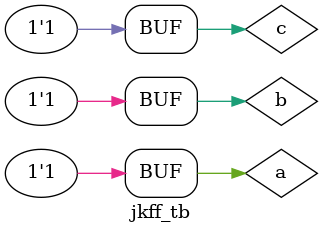
<source format=v>
`timescale 1ns/1ns
 
module jkff(j,k,clk,q,qb);
 
input j,k, clk;
 
output q, qb;
 
reg q,qb;
 
initial
 
begin
 
q=0;
 
qb=1;
 
end
 



always@ (posedge (clk))
 
begin
 
if(j==0 && k==0)
 
     q=0;
 
else if(j==0 && j==1)
 
     q=0;
 
else if (j==1 && k==0)
 
     q=1;
 
else q=qb;
 
     qb=~q;
 
end 
 
endmodule
 



`timescale 1ns/1ns
 
module jkff_tb;
 
reg a,b,c;
 
wire y,yb;
 
jkff out (.j(a), .k(c),.clk(b), .q(y), .qb(yb));
 
initial
 
begin
 
c=0;
 
a=0;
 
b=0;
 
#100;
 



b=1;
 
#100;
 



a=1;
 
b=0;
 
#100;
 



b=1;
 
#100;
 



c=1;
 
a=0;
 
b=0;
 
#100;
 



a=0;
 
b=1;
 
#100;
 



a=1;
 
#100;
 



b=1;
 
#100;
 
end
 
endmodule
</source>
